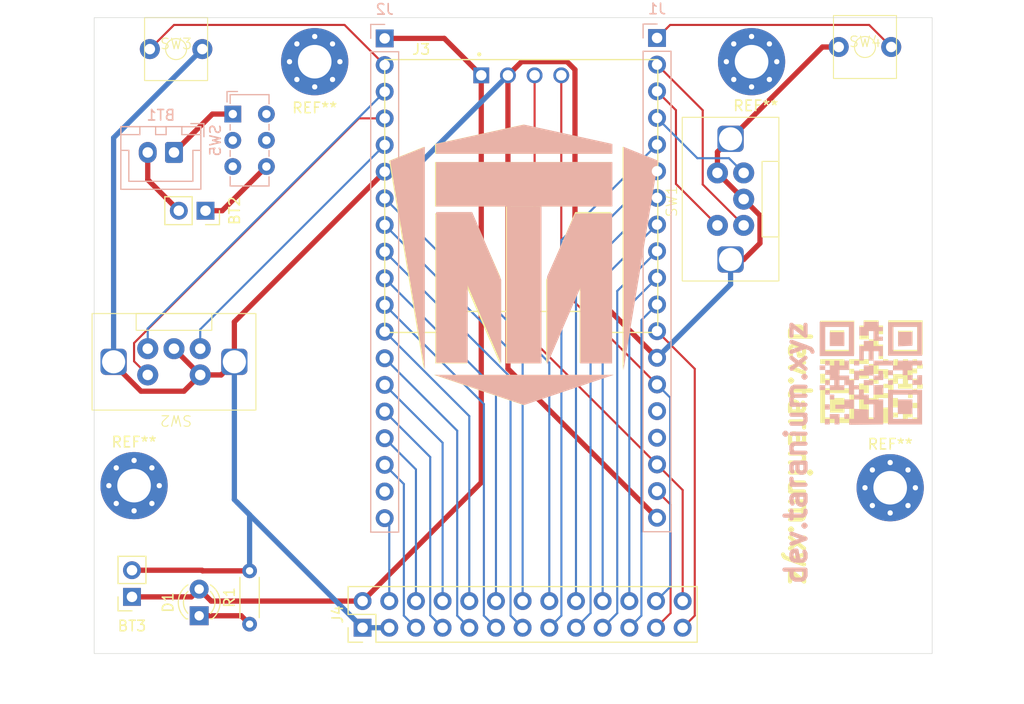
<source format=kicad_pcb>
(kicad_pcb (version 20241229) (generator "pcbnew") (generator_version "9.0")
  (layers (0 "F.Cu" signal) (2 "B.Cu" signal) (13 "F.Paste" user) (15 "B.Paste" user) (5 "F.SilkS" user "F.Silkscreen") (7 "B.SilkS" user "B.Silkscreen") (1 "F.Mask" user) (3 "B.Mask" user) (25 "Edge.Cuts" user))
  (net 0 "")
  (net 1 "GP2")
  (net 2 "+BATT")
  (net 3 "GP4")
  (net 5 "GP8")
  (net 6 "GP6")
  (net 7 "GP5")
  (net 9 "GP20")
  (net 10 "GP3")
  (net 11 "GP1")
  (net 12 "GP7")
  (net 13 "GP11")
  (net 14 "GP9")
  (net 15 "SCL")
  (net 16 "GP12")
  (net 17 "GP14")
  (net 18 "GP19")
  (net 19 "GP10")
  (net 20 "GP17")
  (net 21 "GP13")
  (net 22 "GP16")
  (net 23 "GND")
  (net 24 "SDA")
  (net 25 "+3.3V")
  (net 26 "GP18")
  (net 27 "RESET")
  (net 28 "GP15")
  (net 29 "+5V")
  (net 30 "A1")
  (net 31 "B1")
  (net 32 "E1")
  (net 33 "E2")
  (net 34 "A2")
  (net 35 "B2")
  (net 39 "GND1")
  (net 41 "+5VA")
  (net 42 "Net-(D1-K)")
  (net 43 "Bt1")
  (net 44 "Bt2")
  (footprint "Taranium-libs:EC11-Horizontal" (layer "F.Cu") (at 40 63 180)
    (property "Reference" "SW2" (at -0.2 -5.6 180) (layer "F.SilkS") (effects (font (thickness 0.1))))
    (property "Value" "RotaryEncoder")
    (pad "A" thru_hole circle (at -2.5 1.25 180) (size 2 2) (drill 1) (layers "*.Cu" "*.Mask") (net 30 "A1"))
    (pad "B" thru_hole circle (at 2.5 1.25 180) (size 2 2) (drill 1) (layers "*.Cu" "*.Mask") (net 31 "B1"))
    (pad "C" thru_hole circle (at 0 1.25 180) (size 2 2) (drill 1) (layers "*.Cu" "*.Mask") (net 23 "GND"))
    (pad "MP" thru_hole roundrect (at -5.75 0 180) (size 2.5 2.5) (drill 2.2) (layers "*.Cu" "*.Mask") (roundrect_rratio 0.1968503937) (net 23 "GND"))
    (pad "MP" thru_hole roundrect (at 5.75 0 180) (size 2.5 2.5) (drill 2.2) (layers "*.Cu" "*.Mask") (roundrect_rratio 0.1968503937) (net 23 "GND"))
    (pad "S1" thru_hole circle (at -2.5 -1.25 180) (size 2 2) (drill 1) (layers "*.Cu" "*.Mask") (net 23 "GND"))
    (pad "S2" thru_hole circle (at 2.5 -1.25 180) (size 2 2) (drill 1) (layers "*.Cu" "*.Mask") (net 32 "E1"))
  )
  (footprint "MountingHole:MountingHole_3.2mm_M3_Pad_Via" (layer "F.Cu") (at 95 34.4)
    (property "Reference" "REF**" (at 0.4 4.2 0) (layer "F.SilkS"))
    (property "Value" "MountingHole_3.2mm_M3_Pad_Via")
    (pad "1" thru_hole circle (at -2.4 0) (size 0.8 0.8) (drill 0.5) (layers "*.Cu" "*.Mask"))
    (pad "1" thru_hole circle (at -1.697056 -1.697056) (size 0.8 0.8) (drill 0.5) (layers "*.Cu" "*.Mask"))
    (pad "1" thru_hole circle (at -1.697056 1.697056) (size 0.8 0.8) (drill 0.5) (layers "*.Cu" "*.Mask"))
    (pad "1" thru_hole circle (at 0 -2.4) (size 0.8 0.8) (drill 0.5) (layers "*.Cu" "*.Mask"))
    (pad "1" thru_hole circle (at 0 0) (size 6.4 6.4) (drill 3.2) (layers "*.Cu" "*.Mask"))
    (pad "1" thru_hole circle (at 0 2.4) (size 0.8 0.8) (drill 0.5) (layers "*.Cu" "*.Mask"))
    (pad "1" thru_hole circle (at 1.697056 -1.697056) (size 0.8 0.8) (drill 0.5) (layers "*.Cu" "*.Mask"))
    (pad "1" thru_hole circle (at 1.697056 1.697056) (size 0.8 0.8) (drill 0.5) (layers "*.Cu" "*.Mask"))
    (pad "1" thru_hole circle (at 2.4 0) (size 0.8 0.8) (drill 0.5) (layers "*.Cu" "*.Mask"))
  )
  (footprint "MountingHole:MountingHole_3.2mm_M3_Pad_Via" (layer "F.Cu") (at 36.2 74.8)
    (property "Reference" "REF**" (at 0 -4.15 0) (layer "F.SilkS"))
    (property "Value" "MountingHole_3.2mm_M3_Pad_Via")
    (pad "1" thru_hole circle (at -2.4 0) (size 0.8 0.8) (drill 0.5) (layers "*.Cu" "*.Mask"))
    (pad "1" thru_hole circle (at -1.697056 -1.697056) (size 0.8 0.8) (drill 0.5) (layers "*.Cu" "*.Mask"))
    (pad "1" thru_hole circle (at -1.697056 1.697056) (size 0.8 0.8) (drill 0.5) (layers "*.Cu" "*.Mask"))
    (pad "1" thru_hole circle (at 0 -2.4) (size 0.8 0.8) (drill 0.5) (layers "*.Cu" "*.Mask"))
    (pad "1" thru_hole circle (at 0 0) (size 6.4 6.4) (drill 3.2) (layers "*.Cu" "*.Mask"))
    (pad "1" thru_hole circle (at 0 2.4) (size 0.8 0.8) (drill 0.5) (layers "*.Cu" "*.Mask"))
    (pad "1" thru_hole circle (at 1.697056 -1.697056) (size 0.8 0.8) (drill 0.5) (layers "*.Cu" "*.Mask"))
    (pad "1" thru_hole circle (at 1.697056 1.697056) (size 0.8 0.8) (drill 0.5) (layers "*.Cu" "*.Mask"))
    (pad "1" thru_hole circle (at 2.4 0) (size 0.8 0.8) (drill 0.5) (layers "*.Cu" "*.Mask"))
  )
  (footprint "LED_THT:LED_D3.0mm" (layer "F.Cu") (at 42.4 87.2 90)
    (property "Reference" "D1" (at 1.27 -2.96 90) (layer "F.SilkS"))
    (property "Value" "LED")
    (pad "1" thru_hole rect (at 0 0 90) (size 1.8 1.8) (drill 0.9) (layers "*.Cu" "*.Mask") (net 42 "Net-(D1-K)"))
    (pad "2" thru_hole circle (at 2.54 0 90) (size 1.8 1.8) (drill 0.9) (layers "*.Cu" "*.Mask") (net 29 "+5V"))
  )
  (footprint "Connector_PinHeader_2.54mm:PinHeader_2x13_P2.54mm_Vertical" (layer "F.Cu") (at 57.96 88.34 90)
    (property "Reference" "J4" (at 1.27 -2.38 90) (layer "F.SilkS"))
    (property "Value" "Conn_02x15_Odd_Even")
    (pad "1" thru_hole rect (at 0 0 90) (size 1.7 1.7) (drill 1) (layers "*.Cu" "*.Mask") (net 23 "GND"))
    (pad "2" thru_hole circle (at 2.54 0 90) (size 1.7 1.7) (drill 1) (layers "*.Cu" "*.Mask") (net 29 "+5V"))
    (pad "3" thru_hole circle (at 0 2.54 90) (size 1.7 1.7) (drill 1) (layers "*.Cu" "*.Mask") (net 23 "GND"))
    (pad "4" thru_hole circle (at 2.54 2.54 90) (size 1.7 1.7) (drill 1) (layers "*.Cu" "*.Mask") (net 25 "+3.3V"))
    (pad "5" thru_hole circle (at 0 5.08 90) (size 1.7 1.7) (drill 1) (layers "*.Cu" "*.Mask") (net 18 "GP19"))
    (pad "6" thru_hole circle (at 2.54 5.08 90) (size 1.7 1.7) (drill 1) (layers "*.Cu" "*.Mask") (net 26 "GP18"))
    (pad "7" thru_hole circle (at 0 7.62 90) (size 1.7 1.7) (drill 1) (layers "*.Cu" "*.Mask") (net 20 "GP17"))
    (pad "8" thru_hole circle (at 2.54 7.62 90) (size 1.7 1.7) (drill 1) (layers "*.Cu" "*.Mask") (net 22 "GP16"))
    (pad "9" thru_hole circle (at 0 10.16 90) (size 1.7 1.7) (drill 1) (layers "*.Cu" "*.Mask") (net 28 "GP15"))
    (pad "10" thru_hole circle (at 2.54 10.16 90) (size 1.7 1.7) (drill 1) (layers "*.Cu" "*.Mask") (net 17 "GP14"))
    (pad "11" thru_hole circle (at 0 12.7 90) (size 1.7 1.7) (drill 1) (layers "*.Cu" "*.Mask") (net 21 "GP13"))
    (pad "12" thru_hole circle (at 2.54 12.7 90) (size 1.7 1.7) (drill 1) (layers "*.Cu" "*.Mask") (net 16 "GP12"))
    (pad "13" thru_hole circle (at 0 15.24 90) (size 1.7 1.7) (drill 1) (layers "*.Cu" "*.Mask") (net 13 "GP11"))
    (pad "14" thru_hole circle (at 2.54 15.24 90) (size 1.7 1.7) (drill 1) (layers "*.Cu" "*.Mask") (net 19 "GP10"))
    (pad "15" thru_hole circle (at 0 17.78 90) (size 1.7 1.7) (drill 1) (layers "*.Cu" "*.Mask") (net 11 "GP1"))
    (pad "16" thru_hole circle (at 2.54 17.78 90) (size 1.7 1.7) (drill 1) (layers "*.Cu" "*.Mask") (net 14 "GP9"))
    (pad "17" thru_hole circle (at 0 20.32 90) (size 1.7 1.7) (drill 1) (layers "*.Cu" "*.Mask") (net 10 "GP3"))
    (pad "18" thru_hole circle (at 2.54 20.32 90) (size 1.7 1.7) (drill 1) (layers "*.Cu" "*.Mask") (net 1 "GP2"))
    (pad "19" thru_hole circle (at 0 22.86 90) (size 1.7 1.7) (drill 1) (layers "*.Cu" "*.Mask") (net 7 "GP5"))
    (pad "20" thru_hole circle (at 2.54 22.86 90) (size 1.7 1.7) (drill 1) (layers "*.Cu" "*.Mask") (net 3 "GP4"))
    (pad "21" thru_hole circle (at 0 25.4 90) (size 1.7 1.7) (drill 1) (layers "*.Cu" "*.Mask") (net 12 "GP7"))
    (pad "22" thru_hole circle (at 2.54 25.4 90) (size 1.7 1.7) (drill 1) (layers "*.Cu" "*.Mask") (net 6 "GP6"))
    (pad "23" thru_hole circle (at 0 27.94 90) (size 1.7 1.7) (drill 1) (layers "*.Cu" "*.Mask") (net 9 "GP20"))
    (pad "24" thru_hole circle (at 2.54 27.94 90) (size 1.7 1.7) (drill 1) (layers "*.Cu" "*.Mask") (net 24 "SDA"))
    (pad "25" thru_hole circle (at 0 30.48 90) (size 1.7 1.7) (drill 1) (layers "*.Cu" "*.Mask") (net 5 "GP8"))
    (pad "26" thru_hole circle (at 2.54 30.48 90) (size 1.7 1.7) (drill 1) (layers "*.Cu" "*.Mask") (net 15 "SCL"))
  )
  (footprint "Connector_PinSocket_2.54mm:PinSocket_1x02_P2.54mm_Vertical" (layer "F.Cu") (at 36 85.4 180)
    (property "Reference" "BT3" (at 0 -2.77 0) (layer "F.SilkS"))
    (property "Value" "Battery")
    (pad "1" thru_hole rect (at 0 0 180) (size 1.7 1.7) (drill 1) (layers "*.Cu" "*.Mask") (net 29 "+5V"))
    (pad "2" thru_hole circle (at 0 2.54 180) (size 1.7 1.7) (drill 1) (layers "*.Cu" "*.Mask") (net 23 "GND"))
  )
  (footprint "Taranium-libs:EC11-Horizontal" (layer "F.Cu") (at 93 47.5 90)
    (property "Reference" "SW1" (at -0.2 -5.6 90) (layer "F.SilkS") (effects (font (thickness 0.1))))
    (property "Value" "RotaryEncoder")
    (pad "A" thru_hole circle (at -2.5 1.25 90) (size 2 2) (drill 1) (layers "*.Cu" "*.Mask") (net 34 "A2"))
    (pad "B" thru_hole circle (at 2.5 1.25 90) (size 2 2) (drill 1) (layers "*.Cu" "*.Mask") (net 35 "B2"))
    (pad "C" thru_hole circle (at 0 1.25 90) (size 2 2) (drill 1) (layers "*.Cu" "*.Mask") (net 23 "GND"))
    (pad "MP" thru_hole roundrect (at -5.75 0 90) (size 2.5 2.5) (drill 2.2) (layers "*.Cu" "*.Mask") (roundrect_rratio 0.1968503937) (net 23 "GND"))
    (pad "MP" thru_hole roundrect (at 5.75 0 90) (size 2.5 2.5) (drill 2.2) (layers "*.Cu" "*.Mask") (roundrect_rratio 0.1968503937) (net 23 "GND"))
    (pad "S1" thru_hole circle (at -2.5 -1.25 90) (size 2 2) (drill 1) (layers "*.Cu" "*.Mask") (net 33 "E2"))
    (pad "S2" thru_hole circle (at 2.5 -1.25 90) (size 2 2) (drill 1) (layers "*.Cu" "*.Mask") (net 23 "GND"))
  )
  (footprint "Taranium-libs:Button-6mm-2pin-tht" (layer "F.Cu") (at 105.8 33)
    (property "Reference" "SW4" (at 0 -0.5 0) (layer "F.SilkS") (effects (font (thickness 0.1))))
    (property "Value" "SW_Push")
    (pad "1" thru_hole circle (at 2.5 0) (size 1.905 1.905) (drill 1) (layers "*.Cu" "F.Mask" "F.Paste") (net 44 "Bt2"))
    (pad "2" thru_hole circle (at -2.5 0) (size 1.905 1.905) (drill 1) (property pad_prop_castellated) (layers "*.Cu" "F.Mask" "F.Paste") (net 23 "GND"))
  )
  (footprint "Resistor_THT:R_Axial_DIN0204_L3.6mm_D1.6mm_P5.08mm_Horizontal" (layer "F.Cu") (at 47.2 88 90)
    (property "Reference" "R1" (at 2.54 -1.92 90) (layer "F.SilkS"))
    (property "Value" "R_Small")
    (pad "1" thru_hole circle (at 0 0 90) (size 1.4 1.4) (drill 0.7) (layers "*.Cu" "*.Mask") (net 42 "Net-(D1-K)"))
    (pad "2" thru_hole circle (at 5.08 0 90) (size 1.4 1.4) (drill 0.7) (layers "*.Cu" "*.Mask") (net 23 "GND"))
  )
  (footprint "Connector_PinSocket_2.54mm:PinSocket_1x02_P2.54mm_Vertical" (layer "F.Cu") (at 43 48.6 -90)
    (property "Reference" "BT2" (at 0 -2.77 270) (layer "F.SilkS"))
    (property "Value" "Battery")
    (pad "1" thru_hole rect (at 0 0 270) (size 1.7 1.7) (drill 1) (layers "*.Cu" "*.Mask") (net 41 "+5VA"))
    (pad "2" thru_hole circle (at 0 2.54 270) (size 1.7 1.7) (drill 1) (layers "*.Cu" "*.Mask") (net 39 "GND1"))
  )
  (footprint "Taranium-libs:Button-6mm-2pin-tht" (layer "F.Cu") (at 40.2 33.2)
    (property "Reference" "SW3" (at 0 -0.5 0) (layer "F.SilkS") (effects (font (thickness 0.1))))
    (property "Value" "SW_Push")
    (pad "1" thru_hole circle (at 2.5 0) (size 1.905 1.905) (drill 1) (layers "*.Cu" "F.Mask" "F.Paste") (net 23 "GND"))
    (pad "2" thru_hole circle (at -2.5 0) (size 1.905 1.905) (drill 1) (property pad_prop_castellated) (layers "*.Cu" "F.Mask" "F.Paste") (net 43 "Bt1"))
  )
  (footprint "MountingHole:MountingHole_3.2mm_M3_Pad_Via" (layer "F.Cu") (at 108.2 75)
    (property "Reference" "REF**" (at 0 -4.15 0) (layer "F.SilkS"))
    (property "Value" "MountingHole_3.2mm_M3_Pad_Via")
    (pad "1" thru_hole circle (at -2.4 0) (size 0.8 0.8) (drill 0.5) (layers "*.Cu" "*.Mask"))
    (pad "1" thru_hole circle (at -1.697056 -1.697056) (size 0.8 0.8) (drill 0.5) (layers "*.Cu" "*.Mask"))
    (pad "1" thru_hole circle (at -1.697056 1.697056) (size 0.8 0.8) (drill 0.5) (layers "*.Cu" "*.Mask"))
    (pad "1" thru_hole circle (at 0 -2.4) (size 0.8 0.8) (drill 0.5) (layers "*.Cu" "*.Mask"))
    (pad "1" thru_hole circle (at 0 0) (size 6.4 6.4) (drill 3.2) (layers "*.Cu" "*.Mask"))
    (pad "1" thru_hole circle (at 0 2.4) (size 0.8 0.8) (drill 0.5) (layers "*.Cu" "*.Mask"))
    (pad "1" thru_hole circle (at 1.697056 -1.697056) (size 0.8 0.8) (drill 0.5) (layers "*.Cu" "*.Mask"))
    (pad "1" thru_hole circle (at 1.697056 1.697056) (size 0.8 0.8) (drill 0.5) (layers "*.Cu" "*.Mask"))
    (pad "1" thru_hole circle (at 2.4 0) (size 0.8 0.8) (drill 0.5) (layers "*.Cu" "*.Mask"))
  )
  (footprint "Taranium-libs:MODULE_DM-OLED096-636" (layer "F.Cu") (at 73.07 47.2)
    (property "Reference" "J3" (at -9.525 -13.97 0) (layer "F.SilkS"))
    (property "Value" "Conn_01x04_Pin")
    (pad "1" thru_hole rect (at -3.81 -11.5) (size 1.508 1.508) (drill 1) (layers "*.Cu" "*.Mask") (net 29 "+5V"))
    (pad "2" thru_hole circle (at -1.27 -11.5) (size 1.508 1.508) (drill 1) (layers "*.Cu" "*.Mask") (net 23 "GND"))
    (pad "3" thru_hole circle (at 1.27 -11.5) (size 1.508 1.508) (drill 1) (layers "*.Cu" "*.Mask") (net 15 "SCL"))
    (pad "4" thru_hole circle (at 3.81 -11.5) (size 1.508 1.508) (drill 1) (layers "*.Cu" "*.Mask") (net 24 "SDA"))
  )
  (footprint "MountingHole:MountingHole_3.2mm_M3_Pad_Via" (layer "F.Cu") (at 53.4 34.4)
    (property "Reference" "REF**" (at 0 4.4 0) (layer "F.SilkS"))
    (property "Value" "MountingHole_3.2mm_M3_Pad_Via")
    (pad "1" thru_hole circle (at -2.4 0) (size 0.8 0.8) (drill 0.5) (layers "*.Cu" "*.Mask"))
    (pad "1" thru_hole circle (at -1.697056 -1.697056) (size 0.8 0.8) (drill 0.5) (layers "*.Cu" "*.Mask"))
    (pad "1" thru_hole circle (at -1.697056 1.697056) (size 0.8 0.8) (drill 0.5) (layers "*.Cu" "*.Mask"))
    (pad "1" thru_hole circle (at 0 -2.4) (size 0.8 0.8) (drill 0.5) (layers "*.Cu" "*.Mask"))
    (pad "1" thru_hole circle (at 0 0) (size 6.4 6.4) (drill 3.2) (layers "*.Cu" "*.Mask"))
    (pad "1" thru_hole circle (at 0 2.4) (size 0.8 0.8) (drill 0.5) (layers "*.Cu" "*.Mask"))
    (pad "1" thru_hole circle (at 1.697056 -1.697056) (size 0.8 0.8) (drill 0.5) (layers "*.Cu" "*.Mask"))
    (pad "1" thru_hole circle (at 1.697056 1.697056) (size 0.8 0.8) (drill 0.5) (layers "*.Cu" "*.Mask"))
    (pad "1" thru_hole circle (at 2.4 0) (size 0.8 0.8) (drill 0.5) (layers "*.Cu" "*.Mask"))
  )
  (footprint "Connector_PinSocket_2.54mm:PinSocket_1x19_P2.54mm_Vertical" (layer "B.Cu") (at 86 32.14 180)
    (property "Reference" "J1" (at 0 2.77 0) (layer "B.SilkS") (effects (justify mirror)))
    (property "Value" "Conn_01x19_Pin")
    (pad "1" thru_hole rect (at 0 0 180) (size 1.7 1.7) (drill 1) (layers "*.Cu" "*.Mask") (net 44 "Bt2"))
    (pad "2" thru_hole circle (at 0 -2.54 180) (size 1.7 1.7) (drill 1) (layers "*.Cu" "*.Mask") (net 34 "A2"))
    (pad "3" thru_hole circle (at 0 -5.08 180) (size 1.7 1.7) (drill 1) (layers "*.Cu" "*.Mask") (net 33 "E2"))
    (pad "4" thru_hole circle (at 0 -7.62 180) (size 1.7 1.7) (drill 1) (layers "*.Cu" "*.Mask") (net 35 "B2"))
    (pad "5" thru_hole circle (at 0 -10.16 180) (size 1.7 1.7) (drill 1) (layers "*.Cu" "*.Mask") (net 11 "GP1"))
    (pad "6" thru_hole circle (at 0 -12.7 180) (size 1.7 1.7) (drill 1) (layers "*.Cu" "*.Mask") (net 1 "GP2"))
    (pad "7" thru_hole circle (at 0 -15.24 180) (size 1.7 1.7) (drill 1) (layers "*.Cu" "*.Mask") (net 10 "GP3"))
    (pad "8" thru_hole circle (at 0 -17.78 180) (size 1.7 1.7) (drill 1) (layers "*.Cu" "*.Mask") (net 3 "GP4"))
    (pad "9" thru_hole circle (at 0 -20.32 180) (size 1.7 1.7) (drill 1) (layers "*.Cu" "*.Mask") (net 7 "GP5"))
    (pad "10" thru_hole circle (at 0 -22.86 180) (size 1.7 1.7) (drill 1) (layers "*.Cu" "*.Mask") (net 6 "GP6"))
    (pad "11" thru_hole circle (at 0 -25.4 180) (size 1.7 1.7) (drill 1) (layers "*.Cu" "*.Mask") (net 12 "GP7"))
    (pad "12" thru_hole circle (at 0 -27.94 180) (size 1.7 1.7) (drill 1) (layers "*.Cu" "*.Mask") (net 5 "GP8"))
    (pad "13" thru_hole circle (at 0 -30.48 180) (size 1.7 1.7) (drill 1) (layers "*.Cu" "*.Mask") (net 23 "GND"))
    (pad "14" thru_hole circle (at 0 -33.02 180) (size 1.7 1.7) (drill 1) (layers "*.Cu" "*.Mask") (net 24 "SDA"))
    (pad "15" thru_hole circle (at 0 -35.56 180) (size 1.7 1.7) (drill 1) (layers "*.Cu" "*.Mask"))
    (pad "16" thru_hole circle (at 0 -38.1 180) (size 1.7 1.7) (drill 1) (layers "*.Cu" "*.Mask"))
    (pad "17" thru_hole circle (at 0 -40.64 180) (size 1.7 1.7) (drill 1) (layers "*.Cu" "*.Mask") (net 15 "SCL"))
    (pad "18" thru_hole circle (at 0 -43.18 180) (size 1.7 1.7) (drill 1) (layers "*.Cu" "*.Mask") (net 9 "GP20"))
    (pad "19" thru_hole circle (at 0 -45.72 180) (size 1.7 1.7) (drill 1) (layers "*.Cu" "*.Mask") (net 23 "GND"))
  )
  (footprint "Button_Switch_THT:SW_E-Switch_EG1271_SPDT" (layer "B.Cu") (at 45.6 39.3925 -90)
    (property "Reference" "SW5" (at 2.5 1.65 90) (layer "B.SilkS") (effects (justify mirror)))
    (property "Value" "SW_Slide_DPDT")
    (pad "1" thru_hole rect (at 0 0 270) (size 1.6 1.6) (drill 0.8) (layers "*.Cu" "*.Mask") (net 2 "+BATT"))
    (pad "2" thru_hole circle (at 2.5 0 270) (size 1.6 1.6) (drill 0.8) (layers "*.Cu" "*.Mask"))
    (pad "3" thru_hole circle (at 5 0 270) (size 1.6 1.6) (drill 0.8) (layers "*.Cu" "*.Mask"))
    (pad "4" thru_hole circle (at 0 -3.2 270) (size 1.6 1.6) (drill 0.8) (layers "*.Cu" "*.Mask"))
    (pad "5" thru_hole circle (at 2.5 -3.2 270) (size 1.6 1.6) (drill 0.8) (layers "*.Cu" "*.Mask"))
    (pad "6" thru_hole circle (at 5 -3.2 270) (size 1.6 1.6) (drill 0.8) (layers "*.Cu" "*.Mask") (net 41 "+5VA"))
  )
  (footprint "Connector_PinSocket_2.54mm:PinSocket_1x19_P2.54mm_Vertical" (layer "B.Cu") (at 60.065 32.18 180)
    (property "Reference" "J2" (at 0 2.77 0) (layer "B.SilkS") (effects (justify mirror)))
    (property "Value" "Conn_01x19_Pin")
    (pad "1" thru_hole rect (at 0 0 180) (size 1.7 1.7) (drill 1) (layers "*.Cu" "*.Mask") (net 29 "+5V"))
    (pad "2" thru_hole circle (at 0 -2.54 180) (size 1.7 1.7) (drill 1) (layers "*.Cu" "*.Mask") (net 43 "Bt1"))
    (pad "3" thru_hole circle (at 0 -5.08 180) (size 1.7 1.7) (drill 1) (layers "*.Cu" "*.Mask") (net 31 "B1"))
    (pad "4" thru_hole circle (at 0 -7.62 180) (size 1.7 1.7) (drill 1) (layers "*.Cu" "*.Mask") (net 32 "E1"))
    (pad "5" thru_hole circle (at 0 -10.16 180) (size 1.7 1.7) (drill 1) (layers "*.Cu" "*.Mask") (net 30 "A1"))
    (pad "6" thru_hole circle (at 0 -12.7 180) (size 1.7 1.7) (drill 1) (layers "*.Cu" "*.Mask") (net 23 "GND"))
    (pad "7" thru_hole circle (at 0 -15.24 180) (size 1.7 1.7) (drill 1) (layers "*.Cu" "*.Mask") (net 14 "GP9"))
    (pad "8" thru_hole circle (at 0 -17.78 180) (size 1.7 1.7) (drill 1) (layers "*.Cu" "*.Mask") (net 19 "GP10"))
    (pad "9" thru_hole circle (at 0 -20.32 180) (size 1.7 1.7) (drill 1) (layers "*.Cu" "*.Mask") (net 13 "GP11"))
    (pad "10" thru_hole circle (at 0 -22.86 180) (size 1.7 1.7) (drill 1) (layers "*.Cu" "*.Mask") (net 16 "GP12"))
    (pad "11" thru_hole circle (at 0 -25.4 180) (size 1.7 1.7) (drill 1) (layers "*.Cu" "*.Mask") (net 21 "GP13"))
    (pad "12" thru_hole circle (at 0 -27.94 180) (size 1.7 1.7) (drill 1) (layers "*.Cu" "*.Mask") (net 17 "GP14"))
    (pad "13" thru_hole circle (at 0 -30.48 180) (size 1.7 1.7) (drill 1) (layers "*.Cu" "*.Mask") (net 28 "GP15"))
    (pad "14" thru_hole circle (at 0 -33.02 180) (size 1.7 1.7) (drill 1) (layers "*.Cu" "*.Mask") (net 22 "GP16"))
    (pad "15" thru_hole circle (at 0 -35.56 180) (size 1.7 1.7) (drill 1) (layers "*.Cu" "*.Mask") (net 20 "GP17"))
    (pad "16" thru_hole circle (at 0 -38.1 180) (size 1.7 1.7) (drill 1) (layers "*.Cu" "*.Mask") (net 26 "GP18"))
    (pad "17" thru_hole circle (at 0 -40.64 180) (size 1.7 1.7) (drill 1) (layers "*.Cu" "*.Mask") (net 18 "GP19"))
    (pad "18" thru_hole circle (at 0 -43.18 180) (size 1.7 1.7) (drill 1) (layers "*.Cu" "*.Mask") (net 27 "RESET"))
    (pad "19" thru_hole circle (at 0 -45.72 180) (size 1.7 1.7) (drill 1) (layers "*.Cu" "*.Mask") (net 25 "+3.3V"))
  )
  (footprint "Connector_JST:JST_XH_B2B-XH-A_1x02_P2.50mm_Vertical" (layer "B.Cu") (at 40 43.05 180)
    (property "Reference" "BT1" (at 1.25 3.55 0) (layer "B.SilkS") (effects (justify mirror)))
    (property "Value" "Battery")
    (pad "1" thru_hole roundrect (at 0 0 180) (size 1.7 2) (drill 1) (layers "*.Cu" "*.Mask") (roundrect_rratio 0.147059) (net 2 "+BATT"))
    (pad "2" thru_hole oval (at 2.5 0 180) (size 1.7 2) (drill 1) (layers "*.Cu" "*.Mask") (net 39 "GND1"))
  )
  (gr_poly (pts (xy 102 64.6) (xy 102.463021 64.6) (xy 102.463021 65.06302) (xy 101.536979 65.06302) (xy 101.536979 64.136979) (xy 102 64.136979)) (fill yes) (layer "F.SilkS"))
  (gr_poly (pts (xy 110.764323 65.096093) (xy 110.334375 65.096093) (xy 110.334375 64.6) (xy 110.764323 64.6)) (fill yes) (layer "F.SilkS"))
  (gr_poly (pts (xy 108.945312 63.210937) (xy 109.408333 63.210937) (xy 109.408333 62.747916) (xy 109.904427 62.747916) (xy 109.904427 63.210937) (xy 110.334375 63.210937) (xy 110.334375 63.640885) (xy 110.764323 63.640885) (xy 110.764323 64.103906) (xy 110.334375 64.103906) (xy 110.334375 64.6) (xy 109.904427 64.6) (xy 109.904427 65.096093) (xy 110.334375 65.096093) (xy 110.334375 65.559114) (xy 108.945312 65.559114) (xy 108.945312 65.096093) (xy 109.408333 65.096093) (xy 109.408333 64.6) (xy 108.945312 64.6) (xy 108.945312 65.096093) (xy 108.515364 65.096093) (xy 108.515364 65.989062) (xy 108.01927 65.989062) (xy 108.01927 65.492968) (xy 107.556249 65.492968) (xy 107.556249 65.096093) (xy 108.01927 65.096093) (xy 108.01927 64.6) (xy 108.482291 64.6) (xy 108.482291 64.170052) (xy 109.408333 64.170052) (xy 109.408333 63.640885) (xy 108.482291 63.640885) (xy 108.515364 62.747916) (xy 108.945312 62.747916)) (fill yes) (layer "F.SilkS"))
  (gr_poly (pts (xy 107.093229 65.096093) (xy 106.167187 65.096093) (xy 106.167187 64.633073) (xy 107.093229 64.6)) (fill yes) (layer "F.SilkS"))
  (gr_poly (pts (xy 104.778125 68.833333) (xy 101.536979 68.833333) (xy 101.536979 68.304166) (xy 102 68.304166) (xy 104.315104 68.304166) (xy 104.315104 65.989062) (xy 102 65.989062) (xy 102 68.304166) (xy 101.536979 68.304166) (xy 101.536979 65.526041) (xy 104.778125 65.526041)) (fill yes) (layer "F.SilkS"))
  (gr_poly (pts (xy 104.778125 64.136979) (xy 104.315104 64.136979) (xy 104.315104 63.673958) (xy 104.778125 63.673958)) (fill yes) (layer "F.SilkS"))
  (gr_poly (pts (xy 102.926041 64.6) (xy 102.463021 64.6) (xy 102.429948 64.136979) (xy 102.926041 64.136979)) (fill yes) (layer "F.SilkS"))
  (gr_poly (pts (xy 107.556249 65.989062) (xy 107.986197 65.989062) (xy 108.01927 65.989062) (xy 108.01927 66.452083) (xy 107.986197 66.452083) (xy 107.093229 66.452083) (xy 107.093229 66.915104) (xy 106.167187 66.915104) (xy 106.167187 68.304166) (xy 106.630208 68.304166) (xy 106.630208 67.411198) (xy 108.01927 67.345052) (xy 108.01927 68.304166) (xy 108.482291 68.304166) (xy 108.482291 68.866406) (xy 105.241145 68.833333) (xy 105.241145 66.452083) (xy 106.597135 66.452083) (xy 106.630208 65.989062) (xy 107.093229 65.989062) (xy 107.093229 65.492968) (xy 107.556249 65.492968)) (fill yes) (layer "F.SilkS"))
  (gr_poly (pts (xy 106.167187 63.210937) (xy 104.315104 63.210937) (xy 104.282031 62.747916) (xy 106.167187 62.747916)) (fill yes) (layer "F.SilkS"))
  (gr_poly (pts (xy 63.794793 63.810415) (xy 60.487502 43.835049) (xy 63.794793 42.511458)) (fill yes) (layer "F.SilkS"))
  (gr_poly (pts (xy 111.293489 65.559114) (xy 110.764323 65.559114) (xy 110.764323 65.096093) (xy 111.293489 65.096093)) (fill yes) (layer "F.SilkS"))
  (gr_poly (pts (xy 111.293489 63.640885) (xy 110.764323 63.640885) (xy 110.764323 63.210937) (xy 111.293489 63.210937)) (fill yes) (layer "F.SilkS"))
  (gr_poly (pts (xy 105.704166 64.170052) (xy 106.167187 64.170052) (xy 106.167187 64.6) (xy 105.241145 64.6) (xy 105.274218 63.707031) (xy 105.704166 63.707031)) (fill yes) (layer "F.SilkS"))
  (gr_poly (pts (xy 110.764323 63.210937) (xy 110.334375 63.210937) (xy 110.334375 62.747916) (xy 110.764323 62.747916)) (fill yes) (layer "F.SilkS"))
  (gr_poly (pts (xy 108.945312 68.304166) (xy 108.482291 68.304166) (xy 108.482291 67.841146) (xy 108.945312 67.841146)) (fill yes) (layer "F.SilkS"))
  (gr_poly (pts (xy 75.436459 63.148958) (xy 75.436459 55.192407) (xy 78.203207 48.729166) (xy 81.636969 48.729166)) (fill yes) (layer "F.SilkS"))
  (gr_poly (pts (xy 81.654169 63.106491) (xy 78.627069 63.106491) (xy 78.627069 48.797905) (xy 81.654169 48.797905)) (fill yes) (layer "F.SilkS"))
  (gr_poly (pts (xy 111.293489 62.317969) (xy 108.01927 62.317969) (xy 108.01927 61.854948) (xy 108.515364 61.854948) (xy 110.764323 61.854948) (xy 110.764323 59.539844) (xy 108.515364 59.539844) (xy 108.515364 61.854948) (xy 108.01927 61.854948) (xy 108.01927 59.04375) (xy 111.293489 59.04375)) (fill yes) (layer "F.SilkS"))
  (gr_poly (pts (xy 107.093229 63.707031) (xy 108.01927 63.707031) (xy 108.01927 64.6) (xy 107.556249 64.6) (xy 107.556249 64.170052) (xy 106.167187 64.170052) (xy 106.167187 63.24401) (xy 106.167187 63.210937) (xy 107.093229 63.210937)) (fill yes) (layer "F.SilkS"))
  (gr_poly (pts (xy 103.81901 61.391927) (xy 102.463021 61.325781) (xy 102.463021 60.002865) (xy 103.81901 60.002865)) (fill yes) (layer "F.SilkS"))
  (gr_poly (pts (xy 108.01927 63.210937) (xy 107.523176 63.210937) (xy 107.523176 62.747916) (xy 108.01927 62.747916)) (fill yes) (layer "F.SilkS"))
  (gr_poly (pts (xy 110.797395 67.411198) (xy 110.334375 67.411198) (xy 110.334375 67.345052) (xy 110.334375 66.915104) (xy 110.797395 66.915104)) (fill yes) (layer "F.SilkS"))
  (gr_poly (pts (xy 110.334375 61.358854) (xy 108.945312 61.358854) (xy 108.945312 60.035937) (xy 110.334375 60.035937)) (fill yes) (layer "F.SilkS"))
  (gr_poly (pts (xy 81.654169 42.240591) (xy 81.654169 43.172917) (xy 64.853126 43.172917) (xy 64.853126 42.240591) (xy 73.253647 40.394792)) (fill yes) (layer "F.SilkS"))
  (gr_poly (pts (xy 110.797395 68.833333) (xy 110.334375 68.833333) (xy 110.334375 68.304166) (xy 110.797395 68.304166)) (fill yes) (layer "F.SilkS"))
  (gr_poly (pts (xy 104.778125 62.284896) (xy 101.536979 62.284896) (xy 101.536979 61.854948) (xy 102 61.854948) (xy 104.282031 61.854948) (xy 104.282031 59.539844) (xy 102 59.539844) (xy 102 61.854948) (xy 101.536979 61.854948) (xy 101.536979 59.076823) (xy 104.778125 59.076823)) (fill yes) (layer "F.SilkS"))
  (gr_poly (pts (xy 104.778125 64.633073) (xy 104.778125 65.06302) (xy 104.315104 65.06302) (xy 104.315104 64.6)) (fill yes) (layer "F.SilkS"))
  (gr_poly (pts (xy 107.093229 61.358854) (xy 107.523176 61.358854) (xy 107.523176 62.747916) (xy 107.093229 62.747916) (xy 107.093229 61.854948) (xy 106.630208 61.854948) (xy 106.630208 62.747916) (xy 106.167187 62.747916) (xy 106.167187 61.854948) (xy 105.671093 61.854948) (xy 105.671093 62.317969) (xy 105.274218 62.317969) (xy 105.274218 61.358854) (xy 106.167187 61.358854) (xy 106.167187 60.86276) (xy 107.093229 60.86276)) (fill yes) (layer "F.SilkS"))
  (gr_poly (pts (xy 106.167187 65.096093) (xy 106.167187 65.989062) (xy 105.241145 65.989062) (xy 105.241145 65.06302)) (fill yes) (layer "F.SilkS"))
  (gr_poly (pts (xy 81.654169 48.2) (xy 64.853126 48.2) (xy 64.853126 43.966667) (xy 81.654169 43.966667)) (fill yes) (layer "F.SilkS"))
  (gr_poly (pts (xy 110.334375 66.452083) (xy 109.904427 66.452083) (xy 109.904427 65.989062) (xy 110.334375 65.989062)) (fill yes) (layer "F.SilkS"))
  (gr_poly (pts (xy 110.334375 68.304166) (xy 109.871353 68.304166) (xy 109.871353 68.833333) (xy 109.408333 68.833333) (xy 109.408333 67.841146) (xy 110.334375 67.841146)) (fill yes) (layer "F.SilkS"))
  (gr_poly (pts (xy 86.019792 43.835049) (xy 82.7125 63.810415) (xy 82.7125 42.511458)) (fill yes) (layer "F.SilkS"))
  (gr_poly (pts (xy 107.093229 59.539844) (xy 107.523176 59.539844) (xy 107.523176 60.366667) (xy 106.630208 60.366667) (xy 106.630208 59.936719) (xy 106.167187 59.936719) (xy 106.167187 60.86276) (xy 105.274218 60.86276) (xy 105.274218 60.465885) (xy 105.671093 60.465885) (xy 105.671093 59.936719) (xy 105.274218 59.936719) (xy 105.274218 59.539844) (xy 105.671093 59.539844) (xy 105.671093 59.04375) (xy 107.093229 59.04375)) (fill yes) (layer "F.SilkS"))
  (gr_poly (pts (xy 110.764323 65.989062) (xy 110.334375 65.989062) (xy 110.334375 65.559114) (xy 110.764323 65.559114)) (fill yes) (layer "F.SilkS"))
  (gr_poly (pts (xy 67.913826 63.154779) (xy 64.878261 63.154779) (xy 64.878261 48.861458) (xy 67.913826 48.861458)) (fill yes) (layer "F.SilkS"))
  (gr_poly (pts (xy 73.253647 67.117706) (xy 64.718321 64.240364) (xy 81.788973 64.240364)) (fill yes) (layer "F.SilkS"))
  (gr_poly (pts (xy 71.070835 54.869749) (xy 71.070835 63.28125) (xy 64.853126 48.876817) (xy 68.399469 48.876817)) (fill yes) (layer "F.SilkS"))
  (gr_poly (pts (xy 103.885156 63.210937) (xy 104.315104 63.210937) (xy 104.315104 63.24401) (xy 104.315104 63.673958) (xy 103.389062 63.673958) (xy 103.389062 64.136979) (xy 102.926041 64.136979) (xy 102.926041 63.673958) (xy 102.463021 63.673958) (xy 102.463021 63.210937) (xy 101.536979 63.210937) (xy 101.536979 62.747916) (xy 103.852083 62.747916)) (fill yes) (layer "F.SilkS"))
  (gr_poly (pts (xy 74.907293 63.148958) (xy 71.6 63.148958) (xy 71.6 48.2) (xy 74.907293 48.2)) (fill yes) (layer "F.SilkS"))
  (gr_poly (pts (xy 103.852083 67.841146) (xy 102.463021 67.841146) (xy 102.463021 66.452083) (xy 103.852083 66.452083)) (fill yes) (layer "F.SilkS"))
  (gr_poly (pts (xy 108.945312 66.948177) (xy 109.805208 66.948177) (xy 109.805208 67.345052) (xy 108.01927 67.345052) (xy 108.01927 66.452083) (xy 108.945312 66.452083)) (fill yes) (layer "F.SilkS"))
  (gr_poly (pts (xy 101.98073 68.970313) (xy 102.44375 68.970313) (xy 102.44375 68.441146) (xy 101.98073 68.441146)) (fill yes) (layer "B.SilkS"))
  (gr_poly (pts (xy 109.852084 64.73698) (xy 110.315104 64.73698) (xy 110.348177 64.273959) (xy 109.852084 64.273959)) (fill yes) (layer "B.SilkS"))
  (gr_poly (pts (xy 103.832813 68.441146) (xy 104.295834 68.441146) (xy 104.295834 67.978126) (xy 103.832813 67.978126)) (fill yes) (layer "B.SilkS"))
  (gr_poly (pts (xy 104.758855 63.347917) (xy 105.254949 63.347917) (xy 105.254949 62.884896) (xy 104.758855 62.884896)) (fill yes) (layer "B.SilkS"))
  (gr_poly (pts (xy 71.692707 63.148958) (xy 75 63.148958) (xy 75 48.2) (xy 71.692707 48.2)) (fill yes) (layer "B.SilkS"))
  (gr_poly (pts (xy 71.163541 63.148958) (xy 71.163541 55.192407) (xy 68.396793 48.729166) (xy 64.963031 48.729166)) (fill yes) (layer "B.SilkS"))
  (gr_poly (pts (xy 108.959115 61.528907) (xy 110.315104 61.462761) (xy 110.315104 60.139845) (xy 108.959115 60.139845)) (fill yes) (layer "B.SilkS"))
  (gr_poly (pts (xy 108.926042 67.978126) (xy 110.315104 67.978126) (xy 110.315104 66.589063) (xy 108.926042 66.589063)) (fill yes) (layer "B.SilkS"))
  (gr_poly (pts (xy 105.221876 66.126042) (xy 104.791928 66.126042) (xy 104.758855 66.126042) (xy 104.758855 66.589063) (xy 104.791928 66.589063) (xy 105.684896 66.589063) (xy 105.684896 67.052084) (xy 106.610938 67.052084) (xy 106.610938 68.441146) (xy 106.147917 68.441146) (xy 106.147917 67.548178) (xy 104.758855 67.482032) (xy 104.758855 68.441146) (xy 104.295834 68.441146) (xy 104.295834 69.003386) (xy 107.53698 68.970313) (xy 107.53698 66.589063) (xy 106.18099 66.589063) (xy 106.147917 66.126042) (xy 105.684896 66.126042) (xy 105.684896 65.629948) (xy 105.221876 65.629948)) (fill yes) (layer "B.SilkS"))
  (gr_poly (pts (xy 106.610938 63.347917) (xy 108.463021 63.347917) (xy 108.496094 62.884896) (xy 106.610938 62.884896)) (fill yes) (layer "B.SilkS"))
  (gr_poly (pts (xy 108 64.770053) (xy 108 65.2) (xy 108.463021 65.2) (xy 108.463021 64.73698)) (fill yes) (layer "B.SilkS"))
  (gr_poly (pts (xy 102.44375 61.495834) (xy 103.832813 61.495834) (xy 103.832813 60.172917) (xy 102.44375 60.172917)) (fill yes) (layer "B.SilkS"))
  (gr_poly (pts (xy 101.484636 62.454949) (xy 104.758855 62.454949) (xy 104.758855 61.991928) (xy 104.262761 61.991928) (xy 102.013802 61.991928) (xy 102.013802 59.676824) (xy 104.262761 59.676824) (xy 104.262761 61.991928) (xy 104.758855 61.991928) (xy 104.758855 59.18073) (xy 101.484636 59.18073)) (fill yes) (layer "B.SilkS"))
  (gr_poly (pts (xy 103.832813 67.085157) (xy 102.972917 67.085157) (xy 102.972917 67.482032) (xy 104.758855 67.482032) (xy 104.758855 66.589063) (xy 103.832813 66.589063)) (fill yes) (layer "B.SilkS"))
  (gr_poly (pts (xy 105.684896 59.676824) (xy 105.254949 59.676824) (xy 105.254949 60.503647) (xy 106.147917 60.503647) (xy 106.147917 60.073699) (xy 106.610938 60.073699) (xy 106.610938 60.99974) (xy 107.503907 60.99974) (xy 107.503907 60.602865) (xy 107.107032 60.602865) (xy 107.107032 60.073699) (xy 107.503907 60.073699) (xy 107.503907 59.676824) (xy 107.107032 59.676824) (xy 107.107032 59.18073) (xy 105.684896 59.18073)) (fill yes) (layer "B.SilkS"))
  (gr_poly (pts (xy 108 64.273959) (xy 108.463021 64.273959) (xy 108.463021 63.810938) (xy 108 63.810938)) (fill yes) (layer "B.SilkS"))
  (gr_poly (pts (xy 60.580208 43.835049) (xy 63.8875 63.810415) (xy 63.8875 42.511458)) (fill yes) (layer "B.SilkS"))
  (gr_poly (pts (xy 108 62.421876) (xy 111.241146 62.421876) (xy 111.241146 61.991928) (xy 110.778125 61.991928) (xy 108.496094 61.991928) (xy 108.496094 59.676824) (xy 110.778125 59.676824) (xy 110.778125 61.991928) (xy 111.241146 61.991928) (xy 111.241146 59.213803) (xy 108 59.213803)) (fill yes) (layer "B.SilkS"))
  (gr_poly (pts (xy 102.013802 66.126042) (xy 102.44375 66.126042) (xy 102.44375 65.696094) (xy 102.013802 65.696094)) (fill yes) (layer "B.SilkS"))
  (gr_poly (pts (xy 103.832813 63.347917) (xy 103.369792 63.347917) (xy 103.369792 62.884896) (xy 102.873698 62.884896) (xy 102.873698 63.347917) (xy 102.44375 63.347917) (xy 102.44375 63.777865) (xy 102.013802 63.777865) (xy 102.013802 64.240886) (xy 102.44375 64.240886) (xy 102.44375 64.73698) (xy 102.873698 64.73698) (xy 102.873698 65.233073) (xy 102.44375 65.233073) (xy 102.44375 65.696094) (xy 103.832813 65.696094) (xy 103.832813 65.233073) (xy 103.369792 65.233073) (xy 103.369792 64.73698) (xy 103.832813 64.73698) (xy 103.832813 65.233073) (xy 104.262761 65.233073) (xy 104.262761 66.126042) (xy 104.758855 66.126042) (xy 104.758855 65.629948) (xy 105.221876 65.629948) (xy 105.221876 65.233073) (xy 104.758855 65.233073) (xy 104.758855 64.73698) (xy 104.295834 64.73698) (xy 104.295834 64.307032) (xy 103.369792 64.307032) (xy 103.369792 63.777865) (xy 104.295834 63.777865) (xy 104.262761 62.884896) (xy 103.832813 62.884896)) (fill yes) (layer "B.SilkS"))
  (gr_poly (pts (xy 107.073959 64.307032) (xy 106.610938 64.307032) (xy 106.610938 64.73698) (xy 107.53698 64.73698) (xy 107.503907 63.844011) (xy 107.073959 63.844011)) (fill yes) (layer "B.SilkS"))
  (gr_poly (pts (xy 105.684896 61.495834) (xy 105.254949 61.495834) (xy 105.254949 62.884896) (xy 105.684896 62.884896) (xy 105.684896 61.991928) (xy 106.147917 61.991928) (xy 106.147917 62.884896) (xy 106.610938 62.884896) (xy 106.610938 61.991928) (xy 107.107032 61.991928) (xy 107.107032 62.454949) (xy 107.503907 62.454949) (xy 107.503907 61.495834) (xy 106.610938 61.495834) (xy 106.610938 60.99974) (xy 105.684896 60.99974)) (fill yes) (layer "B.SilkS"))
  (gr_poly (pts (xy 101.98073 67.548178) (xy 102.44375 67.548178) (xy 102.44375 67.482032) (xy 102.44375 67.052084) (xy 101.98073 67.052084)) (fill yes) (layer "B.SilkS"))
  (gr_poly (pts (xy 105.684896 63.844011) (xy 104.758855 63.844011) (xy 104.758855 64.73698) (xy 105.221876 64.73698) (xy 105.221876 64.307032) (xy 106.610938 64.307032) (xy 106.610938 63.38099) (xy 106.610938 63.347917) (xy 105.684896 63.347917)) (fill yes) (layer "B.SilkS"))
  (gr_poly (pts (xy 82.805207 63.810415) (xy 86.112498 43.835049) (xy 82.805207 42.511458)) (fill yes) (layer "B.SilkS"))
  (gr_poly (pts (xy 102.44375 66.589063) (xy 102.873698 66.589063) (xy 102.873698 66.126042) (xy 102.44375 66.126042)) (fill yes) (layer "B.SilkS"))
  (gr_poly (pts (xy 101.484636 63.777865) (xy 102.013802 63.777865) (xy 102.013802 63.347917) (xy 101.484636 63.347917)) (fill yes) (layer "B.SilkS"))
  (gr_poly (pts (xy 106.610938 65.233073) (xy 106.610938 66.126042) (xy 107.53698 66.126042) (xy 107.53698 65.2)) (fill yes) (layer "B.SilkS"))
  (gr_poly (pts (xy 102.013802 65.233073) (xy 102.44375 65.233073) (xy 102.44375 64.73698) (xy 102.013802 64.73698)) (fill yes) (layer "B.SilkS"))
  (gr_poly (pts (xy 101.484636 65.696094) (xy 102.013802 65.696094) (xy 102.013802 65.233073) (xy 101.484636 65.233073)) (fill yes) (layer "B.SilkS"))
  (gr_poly (pts (xy 64.945831 63.106491) (xy 67.972931 63.106491) (xy 67.972931 48.797905) (xy 64.945831 48.797905)) (fill yes) (layer "B.SilkS"))
  (gr_poly (pts (xy 102.44375 68.441146) (xy 102.906772 68.441146) (xy 102.906772 68.970313) (xy 103.369792 68.970313) (xy 103.369792 67.978126) (xy 102.44375 67.978126)) (fill yes) (layer "B.SilkS"))
  (gr_poly (pts (xy 78.686174 63.154779) (xy 81.721739 63.154779) (xy 81.721739 48.861458) (xy 78.686174 48.861458)) (fill yes) (layer "B.SilkS"))
  (gr_poly (pts (xy 102.013802 63.347917) (xy 102.44375 63.347917) (xy 102.44375 62.884896) (xy 102.013802 62.884896)) (fill yes) (layer "B.SilkS"))
  (gr_poly (pts (xy 64.945831 42.240591) (xy 64.945831 43.172917) (xy 81.746874 43.172917) (xy 81.746874 42.240591) (xy 73.346353 40.394792)) (fill yes) (layer "B.SilkS"))
  (gr_poly (pts (xy 64.945831 48.2) (xy 81.746874 48.2) (xy 81.746874 43.966667) (xy 64.945831 43.966667)) (fill yes) (layer "B.SilkS"))
  (gr_poly (pts (xy 108.892969 63.347917) (xy 108.463021 63.347917) (xy 108.463021 63.38099) (xy 108.463021 63.810938) (xy 109.389063 63.810938) (xy 109.389063 64.273959) (xy 109.852084 64.273959) (xy 109.852084 63.810938) (xy 110.315104 63.810938) (xy 110.315104 63.347917) (xy 111.241146 63.347917) (xy 111.241146 62.884896) (xy 108.926042 62.884896)) (fill yes) (layer "B.SilkS"))
  (gr_poly (pts (xy 108 68.970313) (xy 111.241146 68.970313) (xy 111.241146 68.441146) (xy 110.778125 68.441146) (xy 108.463021 68.441146) (xy 108.463021 66.126042) (xy 110.778125 66.126042) (xy 110.778125 68.441146) (xy 111.241146 68.441146) (xy 111.241146 65.663021) (xy 108 65.663021)) (fill yes) (layer "B.SilkS"))
  (gr_poly (pts (xy 75.529165 54.869749) (xy 75.529165 63.28125) (xy 81.746874 48.876817) (xy 78.200531 48.876817)) (fill yes) (layer "B.SilkS"))
  (gr_poly (pts (xy 105.684896 65.233073) (xy 106.610938 65.233073) (xy 106.610938 64.770053) (xy 105.684896 64.73698)) (fill yes) (layer "B.SilkS"))
  (gr_poly (pts (xy 73.346353 67.117706) (xy 81.881679 64.240364) (xy 64.811027 64.240364)) (fill yes) (layer "B.SilkS"))
  (gr_poly (pts (xy 110.778125 64.73698) (xy 110.315104 64.73698) (xy 110.315104 65.2) (xy 111.241146 65.2) (xy 111.241146 64.273959) (xy 110.778125 64.273959)) (fill yes) (layer "B.SilkS"))
  (gr_rect (start 32.4 30.2) (end 112.2 90.8) (stroke (width 0.05)) (fill no) (layer "Edge.Cuts"))
  (gr_text "dev.taranium.xyz" (at 98.4 59 270) (layer "F.SilkS") (effects (font (size 2 2) (thickness 0.4) (bold yes)) (justify left bottom)))
  (gr_text "dev.taranium.xyz" (at 100.4 84.4 90) (layer "B.SilkS") (effects (font (size 2 2) (thickness 0.4) (bold yes)) (justify left bottom)))
  (segment (start 78.28 52.56) (end 86 44.84) (width 0.2) (layer "B.Cu") (net 1))
  (segment (start 78.28 85.8) (end 78.28 52.56) (width 0.2) (layer "B.Cu") (net 1))
  (segment (start 43.6575 39.3925) (end 40 43.05) (width 0.5) (layer "F.Cu") (net 2))
  (segment (start 45.6 39.3925) (end 43.6575 39.3925) (width 0.5) (layer "F.Cu") (net 2))
  (segment (start 80.82 55.1) (end 86 49.92) (width 0.2) (layer "B.Cu") (net 3))
  (segment (start 80.82 85.8) (end 80.82 55.1) (width 0.2) (layer "B.Cu") (net 3))
  (segment (start 88.44 88.34) (end 89.591 87.189) (width 0.2) (layer "F.Cu") (net 5))
  (segment (start 89.591 63.671) (end 86 60.08) (width 0.2) (layer "F.Cu") (net 5))
  (segment (start 89.591 87.189) (end 89.591 63.671) (width 0.2) (layer "F.Cu") (net 5))
  (segment (start 83.36 85.8) (end 83.36 57.64) (width 0.2) (layer "B.Cu") (net 6))
  (segment (start 83.36 57.64) (end 86 55) (width 0.2) (layer "B.Cu") (net 6))
  (segment (start 82.209 86.951) (end 80.82 88.34) (width 0.2) (layer "B.Cu") (net 7))
  (segment (start 86 52.46) (end 82.209 56.251) (width 0.2) (layer "B.Cu") (net 7))
  (segment (start 82.209 56.251) (end 82.209 86.951) (width 0.2) (layer "B.Cu") (net 7))
  (segment (start 87.289 76.609) (end 86 75.32) (width 0.2) (layer "F.Cu") (net 9))
  (segment (start 85.9 88.34) (end 87.289 86.951) (width 0.2) (layer "F.Cu") (net 9))
  (segment (start 87.289 86.951) (end 87.289 76.609) (width 0.2) (layer "F.Cu") (net 9))
  (segment (start 86 47.38) (end 79.669 53.711) (width 0.2) (layer "B.Cu") (net 10))
  (segment (start 79.669 86.951) (end 78.28 88.34) (width 0.2) (layer "B.Cu") (net 10))
  (segment (start 79.669 53.711) (end 79.669 86.951) (width 0.2) (layer "B.Cu") (net 10))
  (segment (start 76.891 51.409) (end 86 42.3) (width 0.2) (layer "B.Cu") (net 11))
  (segment (start 75.74 88.34) (end 76.891 87.189) (width 0.2) (layer "B.Cu") (net 11))
  (segment (start 76.891 87.189) (end 76.891 51.409) (width 0.2) (layer "B.Cu") (net 11))
  (segment (start 83.36 88.34) (end 84.511 87.189) (width 0.2) (layer "B.Cu") (net 12))
  (segment (start 84.511 59.029) (end 86 57.54) (width 0.2) (layer "B.Cu") (net 12))
  (segment (start 84.511 87.189) (end 84.511 59.029) (width 0.2) (layer "B.Cu") (net 12))
  (segment (start 72.049 64.484) (end 60.065 52.5) (width 0.2) (layer "B.Cu") (net 13))
  (segment (start 73.2 88.34) (end 72.049 87.189) (width 0.2) (layer "B.Cu") (net 13))
  (segment (start 72.049 87.189) (end 72.049 64.484) (width 0.2) (layer "B.Cu") (net 13))
  (segment (start 75.74 85.8) (end 75.74 63.095) (width 0.2) (layer "B.Cu") (net 14))
  (segment (start 75.74 63.095) (end 60.065 47.42) (width 0.2) (layer "B.Cu") (net 14))
  (segment (start 74.34 35.7) (end 74.34 61.12) (width 0.2) (layer "F.Cu") (net 15))
  (segment (start 88.44 85.8) (end 88.44 75.22) (width 0.2) (layer "F.Cu") (net 15))
  (segment (start 74.34 61.12) (end 86 72.78) (width 0.2) (layer "F.Cu") (net 15))
  (segment (start 88.44 75.22) (end 86 72.78) (width 0.2) (layer "F.Cu") (net 15))
  (segment (start 70.66 65.635) (end 60.065 55.04) (width 0.2) (layer "B.Cu") (net 16))
  (segment (start 70.66 85.8) (end 70.66 65.635) (width 0.2) (layer "B.Cu") (net 16))
  (segment (start 68.12 68.175) (end 60.065 60.12) (width 0.2) (layer "B.Cu") (net 17))
  (segment (start 68.12 85.8) (end 68.12 68.175) (width 0.2) (layer "B.Cu") (net 17))
  (segment (start 63.04 88.34) (end 61.889 87.189) (width 0.2) (layer "B.Cu") (net 18))
  (segment (start 61.889 87.189) (end 61.889 74.644) (width 0.2) (layer "B.Cu") (net 18))
  (segment (start 61.889 74.644) (end 60.065 72.82) (width 0.2) (layer "B.Cu") (net 18))
  (segment (start 73.2 85.8) (end 73.2 63.095) (width 0.2) (layer "B.Cu") (net 19))
  (segment (start 73.2 63.095) (end 60.065 49.96) (width 0.2) (layer "B.Cu") (net 19))
  (segment (start 65.58 88.34) (end 64.4 87.16) (width 0.2) (layer "B.Cu") (net 20))
  (segment (start 64.4 72.075) (end 60.065 67.74) (width 0.2) (layer "B.Cu") (net 20))
  (segment (start 64.4 87.16) (end 64.4 72.075) (width 0.2) (layer "B.Cu") (net 20))
  (segment (start 69.509 67.024) (end 60.065 57.58) (width 0.2) (layer "B.Cu") (net 21))
  (segment (start 70.66 88.34) (end 69.509 87.189) (width 0.2) (layer "B.Cu") (net 21))
  (segment (start 69.509 87.189) (end 69.509 67.024) (width 0.2) (layer "B.Cu") (net 21))
  (segment (start 65.58 70.715) (end 60.065 65.2) (width 0.2) (layer "B.Cu") (net 22))
  (segment (start 65.58 85.8) (end 65.58 70.715) (width 0.2) (layer "B.Cu") (net 22))
  (segment (start 45.75 59.195) (end 45.75 63) (width 0.5) (layer "F.Cu") (net 23))
  (segment (start 34.25 63) (end 34.25 63.193446) (width 0.5) (layer "F.Cu") (net 23))
  (segment (start 60.065 44.88) (end 45.75 59.195) (width 0.5) (layer "F.Cu") (net 23))
  (segment (start 101.75 33) (end 93 41.75) (width 0.5) (layer "F.Cu") (net 23))
  (segment (start 86 62.62) (end 78.185 54.805) (width 0.5) (layer "F.Cu") (net 23))
  (segment (start 94.25 47.5) (end 95.801 49.051) (width 0.5) (layer "F.Cu") (net 23))
  (segment (start 95.801 51.698999) (end 94.249999 53.25) (width 0.5) (layer "F.Cu") (net 23))
  (segment (start 42.72 82.92) (end 47.2 82.92) (width 0.5) (layer "F.Cu") (net 23))
  (segment (start 91.75 45) (end 91.75 43) (width 0.5) (layer "F.Cu") (net 23))
  (segment (start 36 82.86) (end 42.66 82.86) (width 0.5) (layer "F.Cu") (net 23))
  (segment (start 78.185 35.159451) (end 77.420549 34.395) (width 0.5) (layer "F.Cu") (net 23))
  (segment (start 36.857554 65.801) (end 40.949 65.801) (width 0.5) (layer "F.Cu") (net 23))
  (segment (start 77.420549 34.395) (end 73.105 34.395) (width 0.5) (layer "F.Cu") (net 23))
  (segment (start 95.801 49.051) (end 95.801 51.698999) (width 0.5) (layer "F.Cu") (net 23))
  (segment (start 94.249999 53.25) (end 93 53.25) (width 0.5) (layer "F.Cu") (net 23))
  (segment (start 42.66 82.86) (end 42.72 82.92) (width 0.5) (layer "F.Cu") (net 23))
  (segment (start 103.3 33) (end 101.75 33) (width 0.5) (layer "F.Cu") (net 23))
  (segment (start 42.5 64.25) (end 40 61.75) (width 0.5) (layer "F.Cu") (net 23))
  (segment (start 78.185 54.805) (end 78.185 35.159451) (width 0.5) (layer "F.Cu") (net 23))
  (segment (start 71.8 63.66) (end 86 77.86) (width 0.5) (layer "F.Cu") (net 23))
  (segment (start 91.75 43) (end 93 41.75) (width 0.5) (layer "F.Cu") (net 23))
  (segment (start 44.5 64.25) (end 45.75 63) (width 0.5) (layer "F.Cu") (net 23))
  (segment (start 34.25 63.193446) (end 36.857554 65.801) (width 0.5) (layer "F.Cu") (net 23))
  (segment (start 71.8 35.7) (end 71.8 63.66) (width 0.5) (layer "F.Cu") (net 23))
  (segment (start 73.105 34.395) (end 71.8 35.7) (width 0.5) (layer "F.Cu") (net 23))
  (segment (start 40.949 65.801) (end 42.5 64.25) (width 0.5) (layer "F.Cu") (net 23))
  (segment (start 91.75 45) (end 94.25 47.5) (width 0.5) (layer "F.Cu") (net 23))
  (segment (start 42.5 64.25) (end 44.5 64.25) (width 0.5) (layer "F.Cu") (net 23))
  (segment (start 93 53.25) (end 93 55.62) (width 0.5) (layer "B.Cu") (net 23))
  (segment (start 46.01 76.39) (end 57.96 88.34) (width 0.5) (layer "B.Cu") (net 23))
  (segment (start 47.2 82.92) (end 47.2 77.58) (width 0.5) (layer "B.Cu") (net 23))
  (segment (start 71.8 35.7) (end 62.62 44.88) (width 0.5) (layer "B.Cu") (net 23))
  (segment (start 34.25 41.65) (end 34.25 63) (width 0.5) (layer "B.Cu") (net 23))
  (segment (start 42.7 33.2) (end 34.25 41.65) (width 0.5) (layer "B.Cu") (net 23))
  (segment (start 62.62 44.88) (end 60.065 44.88) (width 0.5) (layer "B.Cu") (net 23))
  (segment (start 45.75 63) (end 45.75 76.13) (width 0.5) (layer "B.Cu") (net 23))
  (segment (start 57.96 88.34) (end 60.5 88.34) (width 0.5) (layer "B.Cu") (net 23))
  (segment (start 47.2 77.58) (end 46.01 76.39) (width 0.5) (layer "B.Cu") (net 23))
  (segment (start 45.75 76.13) (end 46.01 76.39) (width 0.5) (layer "B.Cu") (net 23))
  (segment (start 93 55.62) (end 86 62.62) (width 0.5) (layer "B.Cu") (net 23))
  (segment (start 76.88 56.04) (end 86 65.16) (width 0.2) (layer "F.Cu") (net 24))
  (segment (start 76.88 35.7) (end 76.88 56.04) (width 0.2) (layer "F.Cu") (net 24))
  (segment (start 87.251 66.411) (end 86 65.16) (width 0.2) (layer "B.Cu") (net 24))
  (segment (start 87.251 84.449) (end 87.251 66.411) (width 0.2) (layer "B.Cu") (net 24))
  (segment (start 85.9 85.8) (end 87.251 84.449) (width 0.2) (layer "B.Cu") (net 24))
  (segment (start 60.5 85.8) (end 60.5 78.335) (width 0.2) (layer "B.Cu") (net 25))
  (segment (start 60.5 78.335) (end 60.065 77.9) (width 0.2) (layer "B.Cu") (net 25))
  (segment (start 63.04 73.255) (end 60.065 70.28) (width 0.2) (layer "B.Cu") (net 26))
  (segment (start 63.04 85.8) (end 63.04 73.255) (width 0.2) (layer "B.Cu") (net 26))
  (segment (start 66.969 87.189) (end 66.969 69.564) (width 0.2) (layer "B.Cu") (net 28))
  (segment (start 68.12 88.34) (end 66.969 87.189) (width 0.2) (layer "B.Cu") (net 28))
  (segment (start 66.969 69.564) (end 60.065 62.66) (width 0.2) (layer "B.Cu") (net 28))
  (segment (start 69.26 74.5) (end 57.96 85.8) (width 0.5) (layer "F.Cu") (net 29))
  (segment (start 36 85.4) (end 41.66 85.4) (width 0.5) (layer "F.Cu") (net 29))
  (segment (start 41.66 85.4) (end 42.4 84.66) (width 0.5) (layer "F.Cu") (net 29))
  (segment (start 42.4 84.66) (end 43.54 85.8) (width 0.5) (layer "F.Cu") (net 29))
  (segment (start 60.065 32.18) (end 65.74 32.18) (width 0.5) (layer "F.Cu") (net 29))
  (segment (start 69.26 35.7) (end 69.26 74.5) (width 0.5) (layer "F.Cu") (net 29))
  (segment (start 65.74 32.18) (end 69.26 35.7) (width 0.5) (layer "F.Cu") (net 29))
  (segment (start 43.54 85.8) (end 57.96 85.8) (width 0.5) (layer "F.Cu") (net 29))
  (segment (start 42.5 59.905) (end 60.065 42.34) (width 0.2) (layer "B.Cu") (net 30))
  (segment (start 42.5 61.75) (end 42.5 59.905) (width 0.2) (layer "B.Cu") (net 30))
  (segment (start 37.5 59.825) (end 37.5 61.75) (width 0.2) (layer "B.Cu") (net 31))
  (segment (start 60.065 37.26) (end 37.5 59.825) (width 0.2) (layer "B.Cu") (net 31))
  (segment (start 57.610108 39.8) (end 60.065 39.8) (width 0.2) (layer "F.Cu") (net 32))
  (segment (start 36.199 61.211108) (end 57.610108 39.8) (width 0.2) (layer "F.Cu") (net 32))
  (segment (start 36.199 62.949) (end 36.199 61.211108) (width 0.2) (layer "F.Cu") (net 32))
  (segment (start 37.5 64.25) (end 36.199 62.949) (width 0.2) (layer "F.Cu") (net 32))
  (segment (start 87.8 46.05) (end 87.8 39.02) (width 0.2) (layer "F.Cu") (net 33))
  (segment (start 87.8 39.02) (end 86 37.22) (width 0.2) (layer "F.Cu") (net 33))
  (segment (start 91.75 50) (end 87.8 46.05) (width 0.2) (layer "F.Cu") (net 33))
  (segment (start 90.349 39.029) (end 86 34.68) (width 0.2) (layer "F.Cu") (net 34))
  (segment (start 90.349 46.099) (end 90.349 39.029) (width 0.2) (layer "F.Cu") (net 34))
  (segment (start 94.25 50) (end 90.349 46.099) (width 0.2) (layer "F.Cu") (net 34))
  (segment (start 94.25 45) (end 92.849 43.599) (width 0.2) (layer "B.Cu") (net 35))
  (segment (start 89.839 43.599) (end 86 39.76) (width 0.2) (layer "B.Cu") (net 35))
  (segment (start 92.849 43.599) (end 89.839 43.599) (width 0.2) (layer "B.Cu") (net 35))
  (segment (start 37.5 45.64) (end 37.5 43.05) (width 0.5) (layer "F.Cu") (net 39))
  (segment (start 40.46 48.6) (end 37.5 45.64) (width 0.5) (layer "F.Cu") (net 39))
  (segment (start 44.5925 48.6) (end 48.8 44.3925) (width 0.5) (layer "F.Cu") (net 41))
  (segment (start 43 48.6) (end 44.5925 48.6) (width 0.5) (layer "F.Cu") (net 41))
  (segment (start 42.4 87.2) (end 46.4 87.2) (width 0.5) (layer "F.Cu") (net 42))
  (segment (start 46.4 87.2) (end 47.2 88) (width 0.5) (layer "F.Cu") (net 42))
  (segment (start 56.244 30.899) (end 40.001 30.899) (width 0.2) (layer "F.Cu") (net 43))
  (segment (start 40.001 30.899) (end 37.7 33.2) (width 0.2) (layer "F.Cu") (net 43))
  (segment (start 60.065 34.72) (end 56.244 30.899) (width 0.2) (layer "F.Cu") (net 43))
  (segment (start 86 32.14) (end 87.241 30.899) (width 0.2) (layer "F.Cu") (net 44))
  (segment (start 87.241 30.899) (end 106.199 30.899) (width 0.2) (layer "F.Cu") (net 44))
  (segment (start 106.199 30.899) (end 108.3 33) (width 0.2) (layer "F.Cu") (net 44))
)
</source>
